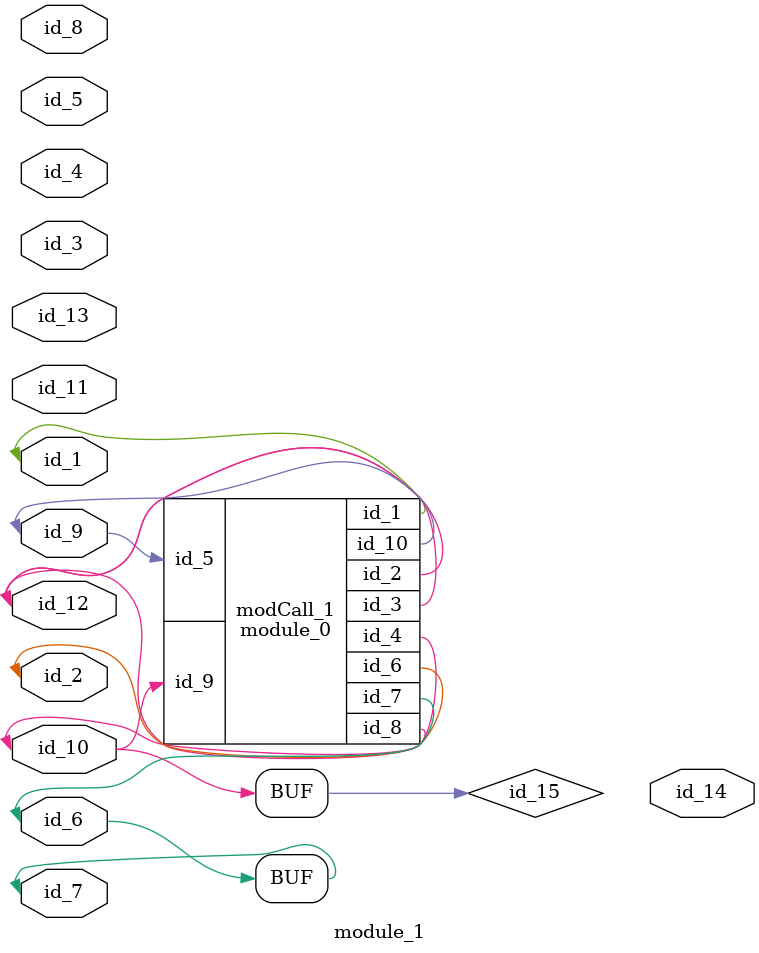
<source format=v>
module module_0 (
    id_1,
    id_2,
    id_3,
    id_4,
    id_5,
    id_6,
    id_7,
    id_8,
    id_9,
    id_10
);
  inout wire id_10;
  input wire id_9;
  output wire id_8;
  output wire id_7;
  inout wire id_6;
  input wire id_5;
  inout wire id_4;
  inout wire id_3;
  inout wire id_2;
  inout wire id_1;
  assign id_10 = 1;
  assign id_7  = (1);
  assign id_10 = 1;
endmodule
module module_1 (
    id_1,
    id_2,
    id_3,
    id_4,
    id_5,
    id_6,
    id_7,
    id_8,
    id_9,
    id_10,
    id_11,
    id_12,
    id_13,
    id_14
);
  output wire id_14;
  input wire id_13;
  inout wire id_12;
  input wire id_11;
  inout wire id_10;
  inout wire id_9;
  input wire id_8;
  inout wire id_7;
  input wire id_6;
  input wire id_5;
  input wire id_4;
  inout wire id_3;
  inout wire id_2;
  inout wire id_1;
  assign id_7 = id_6;
  wire id_15;
  module_0 modCall_1 (
      id_1,
      id_12,
      id_12,
      id_12,
      id_9,
      id_2,
      id_7,
      id_15,
      id_10,
      id_9
  );
  assign id_10 = id_15;
endmodule

</source>
